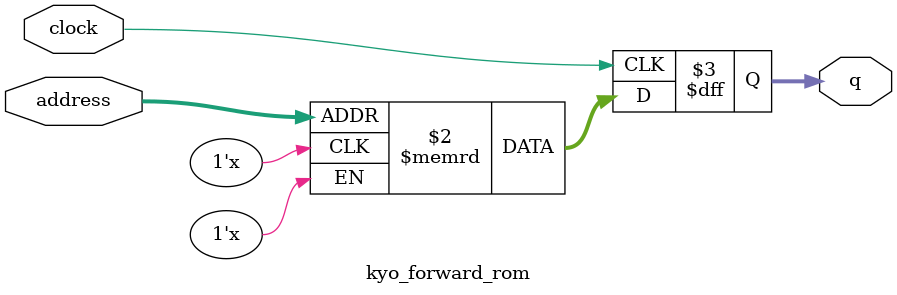
<source format=sv>
module kyo_forward_rom (
	input logic clock,
	input logic [15:0] address,
	output logic [2:0] q
);

logic [2:0] memory [0:61439] /* synthesis ram_init_file = "./kyo_forward/kyo_forward.COE" */;

always_ff @ (posedge clock) begin
	q <= memory[address];
end

endmodule

</source>
